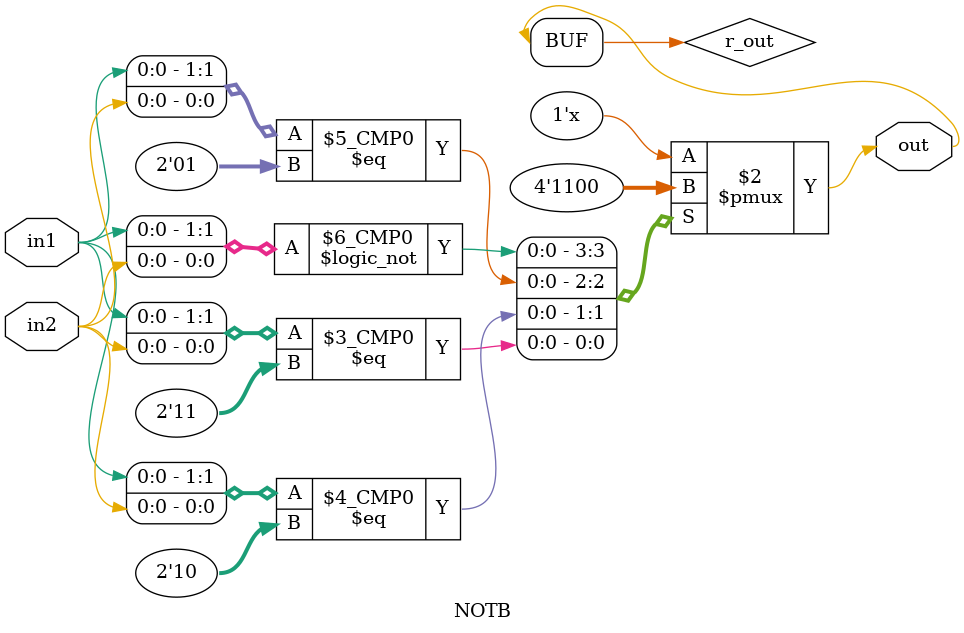
<source format=v>
module NOTB(output out, input in1, in2);
  reg r_out;
  assign out = r_out;
  always@(in1, in2)
    begin
      case({in1,in2})
        2'b00: out = 1'b1;
        2'b01: out = 1'b1;
        2'b10: out = 1'b0;
        2'b11: out = 1'b0;
        default: out = 1'b0;
      endcase
    end
endmodule

</source>
